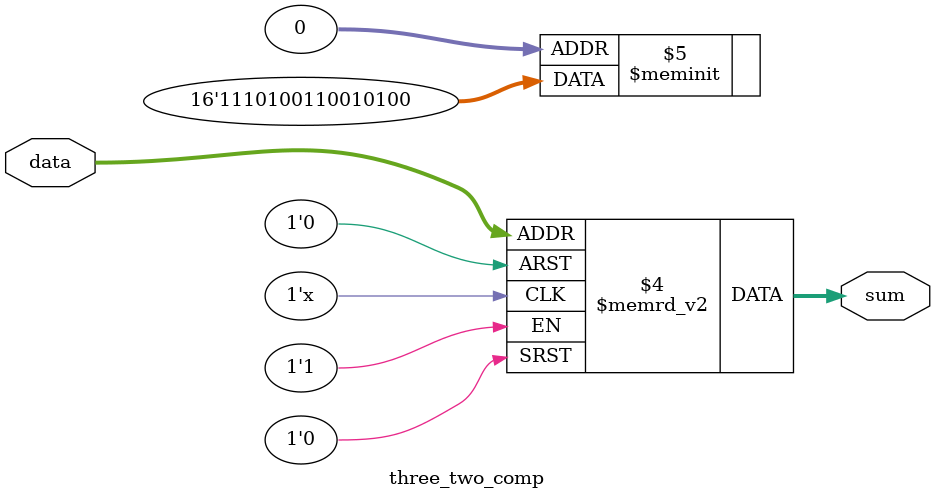
<source format=v>


module three_two_comp (data,sum);

input [2:0] data;
output [1:0] sum;

reg [1:0] sum;

always @(data) begin
	case (data)
	  0: sum=0;
	  1: sum=1;
	  2: sum=1;
	  3: sum=2;
	  4: sum=1;
	  5: sum=2;
	  6: sum=2;
	  7: sum=3;
	  default: sum=0;
	endcase
end
endmodule
</source>
